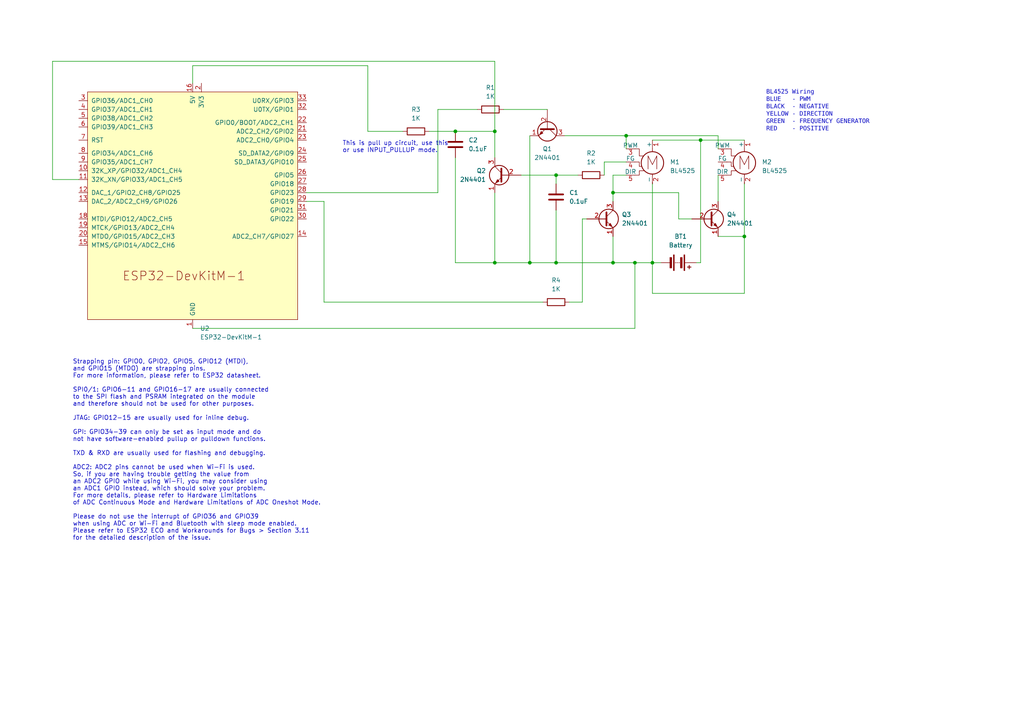
<source format=kicad_sch>
(kicad_sch (version 20250114) (generator "eeschema") (generator_version "9.0")
  (paper "A4")
  (title_block (title "ESP32-BL4525 Motor Control") (date "2025-04-20") (rev "1.0.0") (company "Thai-Nichi Institute of Technology"))
  (lib_symbols
    (symbol "Device:Battery" (pin_numbers (hide yes)) (pin_names (offset 0) (hide yes))
      (property "Reference" "BT" (at 2.54 2.54 0))
      (property "Value" "Battery" (at 2.54 0 0))
      (symbol "Battery_0_1"
        (rectangle (start -2.286 1.778) (end 2.286 1.524) (fill (type outline)))
        (rectangle (start -2.286 -1.27) (end 2.286 -1.524) (fill (type outline)))
        (rectangle (start -1.524 1.016) (end 1.524 0.508) (fill (type outline)))
        (rectangle (start -1.524 -2.032) (end 1.524 -2.54) (fill (type outline)))
        (polyline (pts (xy 0 1.778) (xy 0 2.54)))
        (polyline (pts (xy 0 0) (xy 0 0.254)))
        (polyline (pts (xy 0 -0.508) (xy 0 -0.254)))
        (polyline (pts (xy 0 -1.016) (xy 0 -0.762)))
        (polyline (pts (xy 0.762 3.048) (xy 1.778 3.048)) (stroke (width 0.254)))
        (polyline (pts (xy 1.27 3.556) (xy 1.27 2.54)) (stroke (width 0.254)))
      )
      (symbol "Battery_1_1"
        (pin passive line (at 0 5.08 270) (length 2.54) (name "+") (number "1"))
        (pin passive line (at 0 -5.08 90) (length 2.54) (name "-") (number "2"))
      )
    )
    (symbol "Device:C" (pin_numbers (hide yes)) (pin_names (offset 0.254))
      (property "Reference" "C" (at 0.635 2.54 0))
      (property "Value" "C" (at 0.635 -2.54 0))
      (symbol "C_0_1"
        (polyline (pts (xy -2.032 0.762) (xy 2.032 0.762)) (stroke (width 0.508)))
        (polyline (pts (xy -2.032 -0.762) (xy 2.032 -0.762)) (stroke (width 0.508)))
      )
      (symbol "C_1_1"
        (pin passive line (at 0 3.81 270) (length 2.794) (name "~") (number "1"))
        (pin passive line (at 0 -3.81 90) (length 2.794) (name "~") (number "2"))
      )
    )
    (symbol "Device:R" (pin_numbers (hide yes)) (pin_names (offset 0))
      (property "Reference" "R" (at 2.032 0 90))
      (property "Value" "R" (at 0 0 90))
      (symbol "R_0_1"
        (rectangle (start -1.016 -2.54) (end 1.016 2.54) (stroke (width 0.254)))
      )
      (symbol "R_1_1"
        (pin passive line (at 0 3.81 270) (length 1.27) (name "~") (number "1"))
        (pin passive line (at 0 -3.81 90) (length 1.27) (name "~") (number "2"))
      )
    )
    (symbol "Motor_Project:BL4525" (pin_names (offset 0))
      (property "Reference" "M" (at 2.54 2.54 0))
      (property "Value" "BL4525" (at 2.54 -5.08 0))
      (symbol "BL4525_0_0"
        (polyline (pts (xy -1.27 -3.302) (xy -1.27 0.508) (xy 0 -2.032) (xy 1.27 0.508) (xy 1.27 -3.302)))
      )
      (symbol "BL4525_0_1"
        (polyline (pts (xy -5.08 2.54) (xy -3.81 2.54) (xy -3.81 0.4926) (xy -2.5853 0.4926)))
        (polyline (pts (xy -5.08 -1.27) (xy -3.81 -1.27) (xy -3.81 -2.54) (xy -3.0898 -2.5417)))
        (polyline (pts (xy -5.08 -5.08) (xy -3.81 -5.08) (xy -3.81 -3.81) (xy -2.3268 -3.8134)))
        (polyline (pts (xy -2.54 -3.81) (xy -2.54 -3.81)))
        (polyline (pts (xy 0 2.032) (xy 0 2.54)))
        (polyline (pts (xy 0 1.7272) (xy 0 2.0828)))
        (circle (center 0 -1.524) (radius 3.2512) (stroke (width 0.254)))
        (polyline (pts (xy 0 -4.7752) (xy 0 -5.1816)))
        (polyline (pts (xy 0 -7.62) (xy 0 -7.112)))
      )
      (symbol "BL4525_1_1"
        (pin input line (at -7.62 2.54 0) (length 2.54) (name "PWM") (number "3"))
        (pin output line (at -7.62 -1.27 0) (length 2.54) (name "FG") (number "4"))
        (pin input line (at -7.62 -5.08 0) (length 2.54) (name "DIR") (number "5"))
        (pin passive line (at 0 5.08 270) (length 2.54) (name "+") (number "1"))
        (pin passive line (at 0 -7.62 90) (length 2.54) (name "-") (number "2"))
      )
    )
    (symbol "PCM_Espressif:ESP32-DevKitM-1" (pin_names (offset 1.016))
      (property "Reference" "U" (at -30.48 38.1 0))
      (property "Value" "ESP32-DevKitM-1" (at -30.48 35.56 0))
      (symbol "ESP32-DevKitM-1_0_1"
        (rectangle (start -30.48 33.02) (end 30.48 -33.02) (fill (type background)))
      )
      (symbol "ESP32-DevKitM-1_1_0"
        (text "ESP32-DevKitM-1" (at -2.54 -20.32 0) (effects (font (size 2.54 2.54))))
        (pin input line (at -33.02 30.48 0) (length 2.54) (name "GPIO36/ADC1_CH0") (number "3"))
        (pin input line (at -33.02 27.94 0) (length 2.54) (name "GPIO37/ADC1_CH1") (number "4"))
        (pin input line (at -33.02 25.4 0) (length 2.54) (name "GPIO38/ADC1_CH2") (number "5"))
        (pin input line (at -33.02 22.86 0) (length 2.54) (name "GPIO39/ADC1_CH3") (number "6"))
        (pin input line (at -33.02 19.05 0) (length 2.54) (name "RST") (number "7"))
        (pin input line (at -33.02 15.24 0) (length 2.54) (name "GPIO34/ADC1_CH6") (number "8"))
        (pin input line (at -33.02 12.7 0) (length 2.54) (name "GPIO35/ADC1_CH7") (number "9"))
        (pin bidirectional line (at -33.02 10.16 0) (length 2.54) (name "32K_XP/GPIO32/ADC1_CH4") (number "10"))
        (pin bidirectional line (at -33.02 7.62 0) (length 2.54) (name "32K_XN/GPIO33/ADC1_CH5") (number "11"))
        (pin bidirectional line (at -33.02 3.81 0) (length 2.54) (name "DAC_1/GPIO2_CH8/GPIO25") (number "12"))
        (pin bidirectional line (at -33.02 1.27 0) (length 2.54) (name "DAC_2/ADC2_CH9/GPIO26") (number "13"))
        (pin power_in line (at 0 35.56 270) (length 2.54) (name "5V") (number "16"))
        (pin power_in line (at 0 -35.56 90) (length 2.54) (name "GND") (number "1"))
      )
      (symbol "ESP32-DevKitM-1_1_1"
        (pin bidirectional line (at -33.02 -3.81 0) (length 2.54) (name "MTDI/GPIO12/ADC2_CH5") (number "18"))
        (pin bidirectional line (at -33.02 -6.35 0) (length 2.54) (name "MTCK/GPIO13/ADC2_CH4") (number "19"))
        (pin bidirectional line (at -33.02 -8.89 0) (length 2.54) (name "MTDO/GPIO15/ADC2_CH3") (number "20"))
        (pin bidirectional line (at -33.02 -11.43 0) (length 2.54) (name "MTMS/GPIO14/ADC2_CH6") (number "15"))
        (pin passive line (at 0 -35.56 90) (length 2.54) (hide yes) (name "GND") (number "17"))
        (pin passive line (at 0 -35.56 90) (length 2.54) (hide yes) (name "GND") (number "34"))
        (pin power_in line (at 2.54 35.56 270) (length 2.54) (name "3V3") (number "2"))
        (pin bidirectional line (at 33.02 30.48 180) (length 2.54) (name "U0RX/GPIO3") (number "33"))
        (pin bidirectional line (at 33.02 27.94 180) (length 2.54) (name "U0TX/GPIO1") (number "32"))
        (pin bidirectional line (at 33.02 24.13 180) (length 2.54) (name "GPIO0/BOOT/ADC2_CH1") (number "22"))
        (pin bidirectional line (at 33.02 21.59 180) (length 2.54) (name "ADC2_CH2/GPIO2") (number "21"))
        (pin bidirectional line (at 33.02 19.05 180) (length 2.54) (name "ADC2_CH0/GPIO4") (number "23"))
        (pin bidirectional line (at 33.02 15.24 180) (length 2.54) (name "SD_DATA2/GPIO9") (number "24"))
        (pin bidirectional line (at 33.02 12.7 180) (length 2.54) (name "SD_DATA3/GPIO10") (number "25"))
        (pin bidirectional line (at 33.02 8.89 180) (length 2.54) (name "GPIO5") (number "26"))
        (pin bidirectional line (at 33.02 6.35 180) (length 2.54) (name "GPIO18") (number "27"))
        (pin bidirectional line (at 33.02 3.81 180) (length 2.54) (name "GPIO23") (number "28"))
        (pin bidirectional line (at 33.02 1.27 180) (length 2.54) (name "GPIO19") (number "29"))
        (pin bidirectional line (at 33.02 -1.27 180) (length 2.54) (name "GPIO21") (number "31"))
        (pin bidirectional line (at 33.02 -3.81 180) (length 2.54) (name "GPIO22") (number "30"))
        (pin bidirectional line (at 33.02 -8.89 180) (length 2.54) (name "ADC2_CH7/GPIO27") (number "14"))
      )
    )
    (symbol "Transistor_Project:2N4401" (pin_names (offset 0) (hide yes))
      (property "Reference" "Q" (at 5.08 1.905 0))
      (property "Value" "2N4401" (at 5.08 0 0))
      (symbol "2N4401_0_1"
        (polyline (pts (xy 0.635 1.905) (xy 0.635 -1.905) (xy 0.635 -1.905)) (stroke (width 0.508)))
        (polyline (pts (xy 0.635 0.635) (xy 2.54 2.54)))
        (polyline (pts (xy 0.635 -0.635) (xy 2.54 -2.54) (xy 2.54 -2.54)))
        (circle (center 1.27 0) (radius 2.8194) (stroke (width 0.254)))
        (polyline (pts (xy 1.27 -1.778) (xy 1.778 -1.27) (xy 2.286 -2.286) (xy 1.27 -1.778) (xy 1.27 -1.778)) (fill (type outline)))
      )
      (symbol "2N4401_1_1"
        (pin passive line (at -5.08 0 0) (length 5.715) (name "B") (number "2"))
        (pin passive line (at 2.54 5.08 270) (length 2.54) (name "C") (number "3"))
        (pin passive line (at 2.54 -5.08 90) (length 2.54) (name "E") (number "1"))
      )
    )
  )
  (text "BL4525 Wiring\nBLUE   - PWM\nBLACK  - NEGATIVE\nYELLOW - DIRECTION\nGREEN  - FREQUENCY GENERATOR\nRED    - POSITIVE" (at 222.25 32.512 0) (effects (font (size 1.27 1.27)) (justify left)))
  (text "This is pull up circuit, use this\nor use INPUT_PULLUP mode." (at 99.314 42.672 0) (effects (font (size 1.27 1.27)) (justify left)))
  (text "Strapping pin: GPIO0, GPIO2, GPIO5, GPIO12 (MTDI),\nand GPIO15 (MTDO) are strapping pins.\nFor more information, please refer to ESP32 datasheet.\n\nSPI0/1: GPIO6-11 and GPIO16-17 are usually connected\nto the SPI flash and PSRAM integrated on the module\nand therefore should not be used for other purposes.\n\nJTAG: GPIO12-15 are usually used for inline debug.\n\nGPI: GPIO34-39 can only be set as input mode and do\nnot have software-enabled pullup or pulldown functions.\n\nTXD & RXD are usually used for flashing and debugging.\n\nADC2: ADC2 pins cannot be used when Wi-Fi is used.\nSo, if you are having trouble getting the value from\nan ADC2 GPIO while using Wi-Fi, you may consider using\nan ADC1 GPIO instead, which should solve your problem.\nFor more details, please refer to Hardware Limitations\nof ADC Continuous Mode and Hardware Limitations of ADC Oneshot Mode.\n\nPlease do not use the interrupt of GPIO36 and GPIO39\nwhen using ADC or Wi-Fi and Bluetooth with sleep mode enabled.\nPlease refer to ESP32 ECO and Workarounds for Bugs > Section 3.11\nfor the detailed description of the issue." (at 21.082 130.556 0) (effects (font (size 1.27 1.27)) (justify left)))
  (junction (at 177.8 55.88))
  (junction (at 153.67 76.2))
  (junction (at 215.9 68.58))
  (junction (at 161.29 76.2))
  (junction (at 132.08 38.1))
  (junction (at 143.51 76.2))
  (junction (at 143.51 38.1))
  (junction (at 161.29 50.8))
  (junction (at 181.61 39.37))
  (junction (at 184.15 76.2))
  (junction (at 189.23 76.2))
  (junction (at 177.8 76.2))
  (junction (at 203.2 40.64))
  (wire (pts (xy 208.28 68.58) (xy 215.9 68.58)))
  (wire (pts (xy 181.61 39.37) (xy 181.61 43.18)))
  (wire (pts (xy 184.15 95.25) (xy 184.15 76.2)))
  (wire (pts (xy 196.85 63.5) (xy 196.85 55.88)))
  (wire (pts (xy 153.67 76.2) (xy 161.29 76.2)))
  (wire (pts (xy 165.1 87.63) (xy 168.91 87.63)))
  (wire (pts (xy 132.08 76.2) (xy 143.51 76.2)))
  (wire (pts (xy 181.61 39.37) (xy 208.28 39.37)))
  (wire (pts (xy 153.67 39.37) (xy 153.67 76.2)))
  (wire (pts (xy 177.8 50.8) (xy 177.8 55.88)))
  (wire (pts (xy 106.68 19.05) (xy 55.88 19.05)))
  (wire (pts (xy 189.23 76.2) (xy 191.77 76.2)))
  (wire (pts (xy 189.23 40.64) (xy 203.2 40.64)))
  (wire (pts (xy 151.13 50.8) (xy 161.29 50.8)))
  (wire (pts (xy 15.24 52.07) (xy 22.86 52.07)))
  (wire (pts (xy 143.51 17.78) (xy 143.51 38.1)))
  (wire (pts (xy 127 31.75) (xy 127 55.88)))
  (wire (pts (xy 168.91 87.63) (xy 168.91 63.5)))
  (wire (pts (xy 181.61 50.8) (xy 177.8 50.8)))
  (wire (pts (xy 127 31.75) (xy 138.43 31.75)))
  (wire (pts (xy 189.23 85.09) (xy 189.23 76.2)))
  (wire (pts (xy 161.29 53.34) (xy 161.29 50.8)))
  (wire (pts (xy 208.28 50.8) (xy 208.28 58.42)))
  (wire (pts (xy 203.2 76.2) (xy 201.93 76.2)))
  (wire (pts (xy 184.15 76.2) (xy 189.23 76.2)))
  (wire (pts (xy 143.51 38.1) (xy 132.08 38.1)))
  (wire (pts (xy 200.66 63.5) (xy 196.85 63.5)))
  (wire (pts (xy 15.24 17.78) (xy 143.51 17.78)))
  (wire (pts (xy 161.29 50.8) (xy 167.64 50.8)))
  (wire (pts (xy 196.85 55.88) (xy 177.8 55.88)))
  (wire (pts (xy 143.51 76.2) (xy 153.67 76.2)))
  (wire (pts (xy 163.83 39.37) (xy 181.61 39.37)))
  (wire (pts (xy 215.9 68.58) (xy 215.9 85.09)))
  (wire (pts (xy 208.28 43.18) (xy 208.28 39.37)))
  (wire (pts (xy 177.8 76.2) (xy 184.15 76.2)))
  (wire (pts (xy 215.9 53.34) (xy 215.9 68.58)))
  (wire (pts (xy 93.98 87.63) (xy 93.98 58.42)))
  (wire (pts (xy 157.48 87.63) (xy 93.98 87.63)))
  (wire (pts (xy 55.88 95.25) (xy 184.15 95.25)))
  (wire (pts (xy 161.29 60.96) (xy 161.29 76.2)))
  (wire (pts (xy 177.8 55.88) (xy 177.8 58.42)))
  (wire (pts (xy 168.91 63.5) (xy 170.18 63.5)))
  (wire (pts (xy 106.68 38.1) (xy 116.84 38.1)))
  (wire (pts (xy 124.46 38.1) (xy 132.08 38.1)))
  (wire (pts (xy 181.61 46.99) (xy 175.26 46.99)))
  (wire (pts (xy 106.68 19.05) (xy 106.68 38.1)))
  (wire (pts (xy 143.51 38.1) (xy 143.51 45.72)))
  (wire (pts (xy 177.8 68.58) (xy 177.8 76.2)))
  (wire (pts (xy 215.9 85.09) (xy 189.23 85.09)))
  (wire (pts (xy 132.08 45.72) (xy 132.08 76.2)))
  (wire (pts (xy 88.9 55.88) (xy 127 55.88)))
  (wire (pts (xy 15.24 17.78) (xy 15.24 52.07)))
  (wire (pts (xy 161.29 76.2) (xy 177.8 76.2)))
  (wire (pts (xy 175.26 46.99) (xy 175.26 50.8)))
  (wire (pts (xy 143.51 55.88) (xy 143.51 76.2)))
  (wire (pts (xy 55.88 19.05) (xy 55.88 24.13)))
  (wire (pts (xy 189.23 53.34) (xy 189.23 76.2)))
  (wire (pts (xy 215.9 40.64) (xy 203.2 40.64)))
  (wire (pts (xy 203.2 40.64) (xy 203.2 76.2)))
  (wire (pts (xy 146.05 31.75) (xy 158.75 31.75)))
  (wire (pts (xy 93.98 58.42) (xy 88.9 58.42)))
  (symbol (lib_id "Device:Battery") (at 196.85 76.2 270) (unit 1)
    (property "Reference" "BT1" (at 197.4215 68.58 90))
    (property "Value" "Battery" (at 197.4215 71.12 90))
    (property "Description" "Multiple-cell battery" (effects (hide yes)))
  )
  (symbol (lib_id "Device:C") (at 132.08 41.91 0) (unit 1)
    (property "Reference" "C2" (at 135.89 40.6399 0) (effects (justify left)))
    (property "Value" "0.1uF" (at 135.89 43.1799 0) (effects (justify left)))
    (property "Description" "Unpolarized capacitor" (effects (hide yes)))
  )
  (symbol (lib_id "Transistor_Project:2N4401") (at 175.26 63.5 0) (unit 1)
    (property "Reference" "Q3" (at 180.34 62.2299 0) (effects (justify left)))
    (property "Value" "2N4401" (at 180.34 64.7699 0) (effects (justify left)))
    (property "Footprint" "Package_TO_SOT_THT:TO-92_Inline" (effects (hide yes)))
    (property "Datasheet" "https://www.onsemi.com/pub/Collateral/2N4401-D.PDF" (effects (hide yes)))
    (property "Description" "0.6A Ic, 40V Vce, NPN Transistor, TO-92" (effects (hide yes)))
  )
  (symbol (lib_id "Device:R") (at 142.24 31.75 90) (unit 1)
    (property "Reference" "R1" (at 142.24 25.4 90))
    (property "Value" "1K" (at 142.24 27.94 90))
    (property "Description" "Resistor" (effects (hide yes)))
  )
  (symbol (lib_id "Motor_Project:BL4525") (at 215.9 45.72 0) (unit 1)
    (property "Reference" "M2" (at 220.98 46.9899 0) (effects (justify left)))
    (property "Value" "BL4525" (at 220.98 49.5299 0) (effects (justify left)))
    (property "Description" "Blushless DC Motor" (effects (hide yes)))
  )
  (symbol (lib_id "Device:C") (at 161.29 57.15 0) (unit 1)
    (property "Reference" "C1" (at 165.1 55.8799 0) (effects (justify left)))
    (property "Value" "0.1uF" (at 165.1 58.4199 0) (effects (justify left)))
    (property "Description" "Unpolarized capacitor" (effects (hide yes)))
  )
  (symbol (lib_id "Device:R") (at 120.65 38.1 90) (unit 1)
    (property "Reference" "R3" (at 120.65 31.75 90))
    (property "Value" "1K" (at 120.65 34.29 90))
    (property "Description" "Resistor" (effects (hide yes)))
  )
  (symbol (lib_id "Transistor_Project:2N4401") (at 205.74 63.5 0) (unit 1)
    (property "Reference" "Q4" (at 210.82 62.2299 0) (effects (justify left)))
    (property "Value" "2N4401" (at 210.82 64.7699 0) (effects (justify left)))
    (property "Footprint" "Package_TO_SOT_THT:TO-92_Inline" (effects (hide yes)))
    (property "Datasheet" "https://www.onsemi.com/pub/Collateral/2N4401-D.PDF" (effects (hide yes)))
    (property "Description" "0.6A Ic, 40V Vce, NPN Transistor, TO-92" (effects (hide yes)))
  )
  (symbol (lib_id "Transistor_Project:2N4401") (at 146.05 50.8 0) (mirror y) (unit 1)
    (property "Reference" "Q2" (at 140.97 49.5299 0) (effects (justify left)))
    (property "Value" "2N4401" (at 140.97 52.0699 0) (effects (justify left)))
    (property "Footprint" "Package_TO_SOT_THT:TO-92_Inline" (effects (hide yes)))
    (property "Datasheet" "https://www.onsemi.com/pub/Collateral/2N4401-D.PDF" (effects (hide yes)))
    (property "Description" "0.6A Ic, 40V Vce, NPN Transistor, TO-92" (effects (hide yes)))
  )
  (symbol (lib_id "PCM_Espressif:ESP32-DevKitM-1") (at 55.88 59.69 0) (unit 1)
    (property "Reference" "U2" (at 58.0233 95.25 0) (effects (justify left)))
    (property "Value" "ESP32-DevKitM-1" (at 58.0233 97.79 0) (effects (justify left)))
    (property "Footprint" "PCM_Espressif:ESP32-DevKitM-1" (effects (hide yes)))
    (property "Datasheet" "https://docs.espressif.com/projects/esp-idf/zh_CN/latest/esp32/hw-reference/esp32/user-guide-devkitm-1.html" (effects (hide yes)))
    (property "Description" "Development Kit" (effects (hide yes)))
  )
  (symbol (lib_id "Motor_Project:BL4525") (at 189.23 45.72 0) (unit 1)
    (property "Reference" "M1" (at 194.31 46.9899 0) (effects (justify left)))
    (property "Value" "BL4525" (at 194.31 49.5299 0) (effects (justify left)))
    (property "Description" "Blushless DC Motor" (effects (hide yes)))
  )
  (symbol (lib_id "Device:R") (at 171.45 50.8 90) (unit 1)
    (property "Reference" "R2" (at 171.45 44.45 90))
    (property "Value" "1K" (at 171.45 46.99 90))
    (property "Description" "Resistor" (effects (hide yes)))
  )
  (symbol (lib_id "Transistor_Project:2N4401") (at 158.75 36.83 270) (unit 1)
    (property "Reference" "Q1" (at 158.75 43.18 90))
    (property "Value" "2N4401" (at 158.75 45.72 90))
    (property "Footprint" "Package_TO_SOT_THT:TO-92_Inline" (effects (hide yes)))
    (property "Datasheet" "https://www.onsemi.com/pub/Collateral/2N4401-D.PDF" (effects (hide yes)))
    (property "Description" "0.6A Ic, 40V Vce, NPN Transistor, TO-92" (effects (hide yes)))
  )
  (symbol (lib_id "Device:R") (at 161.29 87.63 90) (unit 1)
    (property "Reference" "R4" (at 161.29 81.28 90))
    (property "Value" "1K" (at 161.29 83.82 90))
    (property "Description" "Resistor" (effects (hide yes)))
  )
)
</source>
